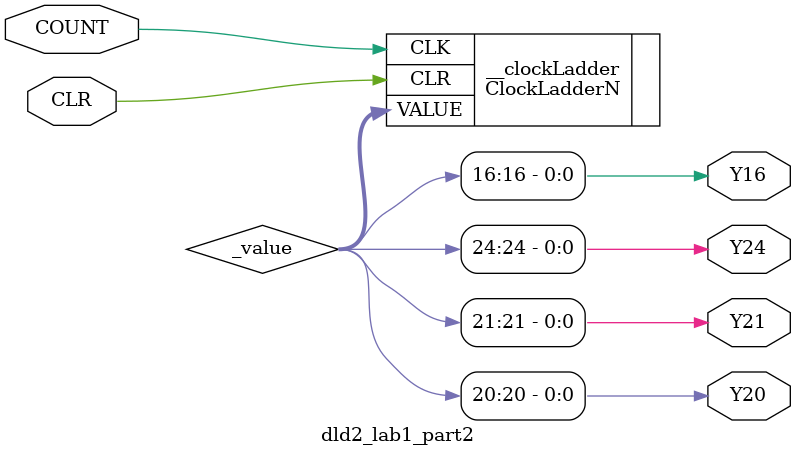
<source format=sv>
`define SIZE 32

module dld2_lab1_part2 (
		input COUNT,
		input CLR,
		output Y16, Y20, Y21, Y24
	);
	
	wire [`SIZE-1:0] _value;
	
	assign {Y16, Y20, Y21, Y24} = {_value[16],_value[20],_value[21],_value[24]};
	
	ClockLadderN #(
			.N(`SIZE)
		) __clockLadder (
			.CLK(COUNT),
			.CLR(CLR),
			.VALUE(_value)
		);
	
endmodule
</source>
